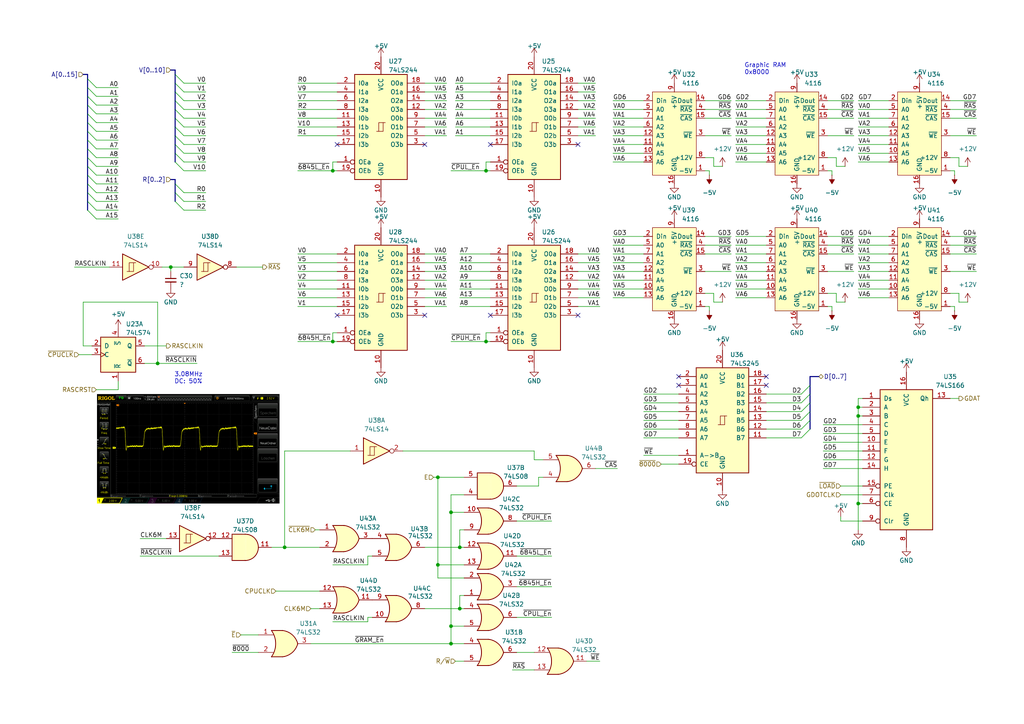
<source format=kicad_sch>
(kicad_sch (version 20231120) (generator "eeschema") (generator_version "8.0")
  (paper "A4")
  (title_block (title "EVA1 (Epson Video Adapter) - Graphic RAM") (date "2025-01-09") (rev "v0.1") (company "100% Offner") (comment 1 "v0.1: Initial Release"))
  (junction (at 130.81 181.61))
  (junction (at 82.55 158.75))
  (junction (at 248.92 146.05))
  (junction (at 49.53 77.47))
  (junction (at 130.81 148.59))
  (junction (at 127 163.83))
  (junction (at 133.35 176.53))
  (junction (at 140.97 49.53))
  (junction (at 248.92 118.11))
  (junction (at 96.52 99.06))
  (junction (at 45.72 105.41))
  (junction (at 133.35 158.75))
  (junction (at 96.52 49.53))
  (junction (at 130.81 186.69))
  (junction (at 140.97 99.06))
  (junction (at 248.92 120.65))
  (junction (at 127 138.43))
  (no_connect (at 167.64 41.91))
  (no_connect (at 196.85 109.22))
  (no_connect (at 222.25 109.22))
  (no_connect (at 123.19 91.44))
  (no_connect (at 123.19 41.91))
  (no_connect (at 167.64 91.44))
  (no_connect (at 196.85 111.76))
  (no_connect (at 97.79 91.44))
  (no_connect (at 142.24 91.44))
  (no_connect (at 97.79 41.91))
  (no_connect (at 142.24 41.91))
  (no_connect (at 222.25 111.76))
  (bus_entry (at 50.8 31.75) (size 2.54 2.54))
  (bus_entry (at 234.95 124.46) (size -2.54 2.54))
  (bus_entry (at 25.4 25.4) (size 2.54 2.54))
  (bus_entry (at 25.4 27.94) (size 2.54 2.54))
  (bus_entry (at 25.4 40.64) (size 2.54 2.54))
  (bus_entry (at 50.8 44.45) (size 2.54 2.54))
  (bus_entry (at 50.8 26.67) (size 2.54 2.54))
  (bus_entry (at 50.8 29.21) (size 2.54 2.54))
  (bus_entry (at 234.95 121.92) (size -2.54 2.54))
  (bus_entry (at 25.4 58.42) (size 2.54 2.54))
  (bus_entry (at 25.4 38.1) (size 2.54 2.54))
  (bus_entry (at 50.8 41.91) (size 2.54 2.54))
  (bus_entry (at 25.4 33.02) (size 2.54 2.54))
  (bus_entry (at 50.8 36.83) (size 2.54 2.54))
  (bus_entry (at 50.8 24.13) (size 2.54 2.54))
  (bus_entry (at 25.4 43.18) (size 2.54 2.54))
  (bus_entry (at 50.8 53.34) (size 2.54 2.54))
  (bus_entry (at 25.4 35.56) (size 2.54 2.54))
  (bus_entry (at 50.8 55.88) (size 2.54 2.54))
  (bus_entry (at 25.4 55.88) (size 2.54 2.54))
  (bus_entry (at 234.95 119.38) (size -2.54 2.54))
  (bus_entry (at 25.4 60.96) (size 2.54 2.54))
  (bus_entry (at 50.8 58.42) (size 2.54 2.54))
  (bus_entry (at 50.8 21.59) (size 2.54 2.54))
  (bus_entry (at 50.8 39.37) (size 2.54 2.54))
  (bus_entry (at 234.95 111.76) (size -2.54 2.54))
  (bus_entry (at 25.4 48.26) (size 2.54 2.54))
  (bus_entry (at 25.4 50.8) (size 2.54 2.54))
  (bus_entry (at 25.4 22.86) (size 2.54 2.54))
  (bus_entry (at 234.95 114.3) (size -2.54 2.54))
  (bus_entry (at 50.8 34.29) (size 2.54 2.54))
  (bus_entry (at 25.4 53.34) (size 2.54 2.54))
  (bus_entry (at 50.8 46.99) (size 2.54 2.54))
  (bus_entry (at 25.4 30.48) (size 2.54 2.54))
  (bus_entry (at 234.95 116.84) (size -2.54 2.54))
  (bus_entry (at 25.4 45.72) (size 2.54 2.54))
  (bus (pts (xy 25.4 40.64) (xy 25.4 43.18)))
  (wire (pts (xy 205.74 90.17) (xy 205.74 88.9)))
  (wire (pts (xy 53.34 34.29) (xy 59.69 34.29)))
  (wire (pts (xy 96.52 46.99) (xy 97.79 46.99)))
  (wire (pts (xy 240.03 68.58) (xy 247.65 68.58)))
  (wire (pts (xy 177.8 44.45) (xy 186.69 44.45)))
  (wire (pts (xy 27.94 50.8) (xy 34.29 50.8)))
  (wire (pts (xy 149.86 161.29) (xy 160.02 161.29)))
  (wire (pts (xy 186.69 127) (xy 196.85 127)))
  (wire (pts (xy 275.59 85.09) (xy 278.13 85.09)))
  (wire (pts (xy 86.36 24.13) (xy 97.79 24.13)))
  (wire (pts (xy 167.64 81.28) (xy 173.99 81.28)))
  (wire (pts (xy 242.57 85.09) (xy 242.57 87.63)))
  (bus (pts (xy 50.8 21.59) (xy 50.8 24.13)))
  (wire (pts (xy 134.62 167.64) (xy 127 167.64)))
  (wire (pts (xy 207.01 48.26) (xy 209.55 48.26)))
  (wire (pts (xy 130.81 181.61) (xy 134.62 181.61)))
  (wire (pts (xy 140.97 99.06) (xy 142.24 99.06)))
  (wire (pts (xy 275.59 29.21) (xy 283.21 29.21)))
  (wire (pts (xy 243.84 140.97) (xy 250.19 140.97)))
  (wire (pts (xy 86.36 49.53) (xy 96.52 49.53)))
  (wire (pts (xy 132.08 26.67) (xy 142.24 26.67)))
  (wire (pts (xy 96.52 49.53) (xy 97.79 49.53)))
  (bus (pts (xy 50.8 26.67) (xy 50.8 29.21)))
  (wire (pts (xy 127 138.43) (xy 127 163.83)))
  (wire (pts (xy 123.19 158.75) (xy 133.35 158.75)))
  (wire (pts (xy 213.36 68.58) (xy 222.25 68.58)))
  (wire (pts (xy 248.92 41.91) (xy 257.81 41.91)))
  (wire (pts (xy 250.19 115.57) (xy 248.92 115.57)))
  (wire (pts (xy 248.92 44.45) (xy 257.81 44.45)))
  (wire (pts (xy 248.92 115.57) (xy 248.92 118.11)))
  (wire (pts (xy 248.92 46.99) (xy 257.81 46.99)))
  (wire (pts (xy 222.25 127) (xy 232.41 127)))
  (wire (pts (xy 240.03 45.72) (xy 242.57 45.72)))
  (wire (pts (xy 160.02 179.07) (xy 149.86 179.07)))
  (wire (pts (xy 133.35 176.53) (xy 134.62 176.53)))
  (wire (pts (xy 92.71 158.75) (xy 82.55 158.75)))
  (wire (pts (xy 22.86 102.87) (xy 26.67 102.87)))
  (wire (pts (xy 86.36 83.82) (xy 97.79 83.82)))
  (wire (pts (xy 177.8 29.21) (xy 186.69 29.21)))
  (wire (pts (xy 53.34 55.88) (xy 59.69 55.88)))
  (wire (pts (xy 133.35 76.2) (xy 142.24 76.2)))
  (wire (pts (xy 46.99 77.47) (xy 49.53 77.47)))
  (wire (pts (xy 248.92 29.21) (xy 257.81 29.21)))
  (wire (pts (xy 243.84 149.86) (xy 243.84 151.13)))
  (wire (pts (xy 53.34 46.99) (xy 59.69 46.99)))
  (wire (pts (xy 133.35 86.36) (xy 142.24 86.36)))
  (wire (pts (xy 248.92 146.05) (xy 248.92 153.67)))
  (wire (pts (xy 167.64 31.75) (xy 172.72 31.75)))
  (bus (pts (xy 25.4 33.02) (xy 25.4 35.56)))
  (bus (pts (xy 50.8 44.45) (xy 50.8 46.99)))
  (wire (pts (xy 123.19 86.36) (xy 129.54 86.36)))
  (wire (pts (xy 130.81 143.51) (xy 134.62 143.51)))
  (wire (pts (xy 123.19 31.75) (xy 129.54 31.75)))
  (wire (pts (xy 276.86 88.9) (xy 275.59 88.9)))
  (bus (pts (xy 50.8 24.13) (xy 50.8 26.67)))
  (wire (pts (xy 40.64 161.29) (xy 63.5 161.29)))
  (wire (pts (xy 248.92 118.11) (xy 248.92 120.65)))
  (bus (pts (xy 49.53 20.32) (xy 50.8 20.32)))
  (bus (pts (xy 50.8 41.91) (xy 50.8 44.45)))
  (wire (pts (xy 90.17 186.69) (xy 130.81 186.69)))
  (wire (pts (xy 275.59 31.75) (xy 283.21 31.75)))
  (wire (pts (xy 96.52 163.83) (xy 106.68 163.83)))
  (wire (pts (xy 170.18 191.77) (xy 173.99 191.77)))
  (wire (pts (xy 186.69 121.92) (xy 196.85 121.92)))
  (wire (pts (xy 213.36 76.2) (xy 222.25 76.2)))
  (bus (pts (xy 25.4 58.42) (xy 25.4 60.96)))
  (wire (pts (xy 177.8 39.37) (xy 186.69 39.37)))
  (wire (pts (xy 132.08 29.21) (xy 142.24 29.21)))
  (wire (pts (xy 106.68 180.34) (xy 106.68 179.07)))
  (bus (pts (xy 25.4 25.4) (xy 25.4 27.94)))
  (wire (pts (xy 278.13 87.63) (xy 280.67 87.63)))
  (wire (pts (xy 213.36 46.99) (xy 222.25 46.99)))
  (wire (pts (xy 41.91 105.41) (xy 45.72 105.41)))
  (wire (pts (xy 242.57 48.26) (xy 245.11 48.26)))
  (wire (pts (xy 243.84 143.51) (xy 250.19 143.51)))
  (wire (pts (xy 213.36 83.82) (xy 222.25 83.82)))
  (bus (pts (xy 49.53 52.07) (xy 50.8 52.07)))
  (wire (pts (xy 133.35 172.72) (xy 133.35 176.53)))
  (wire (pts (xy 24.13 100.33) (xy 26.67 100.33)))
  (wire (pts (xy 177.8 31.75) (xy 186.69 31.75)))
  (wire (pts (xy 27.94 60.96) (xy 34.29 60.96)))
  (wire (pts (xy 149.86 189.23) (xy 154.94 189.23)))
  (wire (pts (xy 86.36 31.75) (xy 97.79 31.75)))
  (bus (pts (xy 237.49 109.22) (xy 234.95 109.22)))
  (wire (pts (xy 96.52 96.52) (xy 96.52 99.06)))
  (wire (pts (xy 86.36 34.29) (xy 97.79 34.29)))
  (wire (pts (xy 133.35 88.9) (xy 142.24 88.9)))
  (wire (pts (xy 177.8 86.36) (xy 186.69 86.36)))
  (wire (pts (xy 222.25 116.84) (xy 232.41 116.84)))
  (wire (pts (xy 132.08 39.37) (xy 142.24 39.37)))
  (wire (pts (xy 248.92 39.37) (xy 257.81 39.37)))
  (wire (pts (xy 86.36 81.28) (xy 97.79 81.28)))
  (wire (pts (xy 167.64 24.13) (xy 172.72 24.13)))
  (wire (pts (xy 177.8 81.28) (xy 186.69 81.28)))
  (wire (pts (xy 278.13 85.09) (xy 278.13 87.63)))
  (wire (pts (xy 86.36 73.66) (xy 97.79 73.66)))
  (wire (pts (xy 177.8 83.82) (xy 186.69 83.82)))
  (bus (pts (xy 25.4 27.94) (xy 25.4 30.48)))
  (wire (pts (xy 177.8 46.99) (xy 186.69 46.99)))
  (wire (pts (xy 275.59 71.12) (xy 283.21 71.12)))
  (wire (pts (xy 205.74 49.53) (xy 204.47 49.53)))
  (wire (pts (xy 167.64 29.21) (xy 172.72 29.21)))
  (wire (pts (xy 275.59 115.57) (xy 278.13 115.57)))
  (wire (pts (xy 240.03 34.29) (xy 247.65 34.29)))
  (wire (pts (xy 53.34 44.45) (xy 59.69 44.45)))
  (wire (pts (xy 53.34 26.67) (xy 59.69 26.67)))
  (wire (pts (xy 241.3 50.8) (xy 241.3 49.53)))
  (wire (pts (xy 53.34 49.53) (xy 59.69 49.53)))
  (wire (pts (xy 86.36 76.2) (xy 97.79 76.2)))
  (wire (pts (xy 96.52 180.34) (xy 106.68 180.34)))
  (wire (pts (xy 27.94 113.03) (xy 34.29 113.03)))
  (wire (pts (xy 53.34 60.96) (xy 59.69 60.96)))
  (wire (pts (xy 248.92 120.65) (xy 248.92 146.05)))
  (wire (pts (xy 248.92 73.66) (xy 257.81 73.66)))
  (wire (pts (xy 204.47 78.74) (xy 212.09 78.74)))
  (wire (pts (xy 213.36 36.83) (xy 222.25 36.83)))
  (wire (pts (xy 96.52 99.06) (xy 97.79 99.06)))
  (wire (pts (xy 127 163.83) (xy 127 167.64)))
  (wire (pts (xy 154.94 133.35) (xy 157.48 133.35)))
  (wire (pts (xy 248.92 78.74) (xy 257.81 78.74)))
  (bus (pts (xy 234.95 111.76) (xy 234.95 114.3)))
  (wire (pts (xy 240.03 29.21) (xy 247.65 29.21)))
  (wire (pts (xy 53.34 36.83) (xy 59.69 36.83)))
  (wire (pts (xy 130.81 49.53) (xy 140.97 49.53)))
  (wire (pts (xy 123.19 39.37) (xy 129.54 39.37)))
  (bus (pts (xy 50.8 52.07) (xy 50.8 53.34)))
  (wire (pts (xy 186.69 114.3) (xy 196.85 114.3)))
  (wire (pts (xy 41.91 100.33) (xy 48.26 100.33)))
  (wire (pts (xy 86.36 29.21) (xy 97.79 29.21)))
  (wire (pts (xy 204.47 68.58) (xy 212.09 68.58)))
  (wire (pts (xy 177.8 68.58) (xy 186.69 68.58)))
  (wire (pts (xy 213.36 29.21) (xy 222.25 29.21)))
  (wire (pts (xy 123.19 34.29) (xy 129.54 34.29)))
  (bus (pts (xy 50.8 39.37) (xy 50.8 41.91)))
  (bus (pts (xy 50.8 29.21) (xy 50.8 31.75)))
  (wire (pts (xy 156.21 140.97) (xy 149.86 140.97)))
  (wire (pts (xy 207.01 87.63) (xy 209.55 87.63)))
  (bus (pts (xy 25.4 53.34) (xy 25.4 55.88)))
  (wire (pts (xy 123.19 36.83) (xy 129.54 36.83)))
  (bus (pts (xy 234.95 119.38) (xy 234.95 121.92)))
  (wire (pts (xy 53.34 24.13) (xy 59.69 24.13)))
  (wire (pts (xy 106.68 161.29) (xy 107.95 161.29)))
  (wire (pts (xy 238.76 125.73) (xy 250.19 125.73)))
  (wire (pts (xy 80.01 171.45) (xy 92.71 171.45)))
  (wire (pts (xy 248.92 118.11) (xy 250.19 118.11)))
  (wire (pts (xy 82.55 158.75) (xy 78.74 158.75)))
  (wire (pts (xy 133.35 73.66) (xy 142.24 73.66)))
  (wire (pts (xy 27.94 55.88) (xy 34.29 55.88)))
  (wire (pts (xy 213.36 73.66) (xy 222.25 73.66)))
  (wire (pts (xy 278.13 45.72) (xy 278.13 48.26)))
  (wire (pts (xy 213.36 41.91) (xy 222.25 41.91)))
  (wire (pts (xy 130.81 148.59) (xy 130.81 181.61)))
  (wire (pts (xy 238.76 133.35) (xy 250.19 133.35)))
  (wire (pts (xy 133.35 81.28) (xy 142.24 81.28)))
  (wire (pts (xy 27.94 38.1) (xy 34.29 38.1)))
  (wire (pts (xy 27.94 63.5) (xy 34.29 63.5)))
  (bus (pts (xy 234.95 114.3) (xy 234.95 116.84)))
  (wire (pts (xy 213.36 31.75) (xy 222.25 31.75)))
  (wire (pts (xy 156.21 138.43) (xy 157.48 138.43)))
  (bus (pts (xy 25.4 45.72) (xy 25.4 48.26)))
  (wire (pts (xy 133.35 83.82) (xy 142.24 83.82)))
  (wire (pts (xy 86.36 86.36) (xy 97.79 86.36)))
  (bus (pts (xy 25.4 50.8) (xy 25.4 53.34)))
  (wire (pts (xy 238.76 128.27) (xy 250.19 128.27)))
  (wire (pts (xy 248.92 71.12) (xy 257.81 71.12)))
  (wire (pts (xy 53.34 39.37) (xy 59.69 39.37)))
  (wire (pts (xy 213.36 86.36) (xy 222.25 86.36)))
  (wire (pts (xy 248.92 83.82) (xy 257.81 83.82)))
  (wire (pts (xy 222.25 124.46) (xy 232.41 124.46)))
  (wire (pts (xy 160.02 151.13) (xy 149.86 151.13)))
  (wire (pts (xy 241.3 90.17) (xy 241.3 88.9)))
  (wire (pts (xy 177.8 41.91) (xy 186.69 41.91)))
  (bus (pts (xy 50.8 20.32) (xy 50.8 21.59)))
  (wire (pts (xy 86.36 99.06) (xy 96.52 99.06)))
  (wire (pts (xy 127 138.43) (xy 134.62 138.43)))
  (wire (pts (xy 86.36 36.83) (xy 97.79 36.83)))
  (wire (pts (xy 132.08 36.83) (xy 142.24 36.83)))
  (wire (pts (xy 130.81 181.61) (xy 130.81 186.69)))
  (wire (pts (xy 27.94 35.56) (xy 34.29 35.56)))
  (wire (pts (xy 204.47 45.72) (xy 207.01 45.72)))
  (wire (pts (xy 275.59 78.74) (xy 283.21 78.74)))
  (wire (pts (xy 167.64 36.83) (xy 172.72 36.83)))
  (wire (pts (xy 204.47 34.29) (xy 212.09 34.29)))
  (wire (pts (xy 86.36 26.67) (xy 97.79 26.67)))
  (wire (pts (xy 132.08 24.13) (xy 142.24 24.13)))
  (wire (pts (xy 222.25 114.3) (xy 232.41 114.3)))
  (wire (pts (xy 177.8 34.29) (xy 186.69 34.29)))
  (wire (pts (xy 148.59 194.31) (xy 154.94 194.31)))
  (wire (pts (xy 123.19 176.53) (xy 133.35 176.53)))
  (wire (pts (xy 275.59 68.58) (xy 283.21 68.58)))
  (wire (pts (xy 140.97 49.53) (xy 142.24 49.53)))
  (wire (pts (xy 242.57 87.63) (xy 245.11 87.63)))
  (wire (pts (xy 177.8 71.12) (xy 186.69 71.12)))
  (wire (pts (xy 106.68 179.07) (xy 107.95 179.07)))
  (bus (pts (xy 25.4 43.18) (xy 25.4 45.72)))
  (wire (pts (xy 276.86 90.17) (xy 276.86 88.9)))
  (wire (pts (xy 186.69 132.08) (xy 196.85 132.08)))
  (wire (pts (xy 123.19 78.74) (xy 129.54 78.74)))
  (wire (pts (xy 167.64 83.82) (xy 173.99 83.82)))
  (wire (pts (xy 275.59 34.29) (xy 283.21 34.29)))
  (wire (pts (xy 167.64 73.66) (xy 173.99 73.66)))
  (wire (pts (xy 27.94 48.26) (xy 34.29 48.26)))
  (wire (pts (xy 205.74 88.9) (xy 204.47 88.9)))
  (wire (pts (xy 123.19 88.9) (xy 129.54 88.9)))
  (wire (pts (xy 132.08 34.29) (xy 142.24 34.29)))
  (wire (pts (xy 45.72 105.41) (xy 45.72 87.63)))
  (wire (pts (xy 27.94 58.42) (xy 34.29 58.42)))
  (bus (pts (xy 25.4 22.86) (xy 25.4 25.4)))
  (wire (pts (xy 167.64 26.67) (xy 172.72 26.67)))
  (wire (pts (xy 27.94 45.72) (xy 34.29 45.72)))
  (wire (pts (xy 27.94 43.18) (xy 34.29 43.18)))
  (wire (pts (xy 167.64 39.37) (xy 172.72 39.37)))
  (wire (pts (xy 123.19 81.28) (xy 129.54 81.28)))
  (wire (pts (xy 134.62 158.75) (xy 133.35 158.75)))
  (wire (pts (xy 248.92 34.29) (xy 257.81 34.29)))
  (wire (pts (xy 213.36 71.12) (xy 222.25 71.12)))
  (wire (pts (xy 204.47 39.37) (xy 212.09 39.37)))
  (wire (pts (xy 179.07 135.89) (xy 172.72 135.89)))
  (wire (pts (xy 133.35 172.72) (xy 134.62 172.72)))
  (wire (pts (xy 154.94 133.35) (xy 154.94 130.81)))
  (wire (pts (xy 123.19 24.13) (xy 129.54 24.13)))
  (wire (pts (xy 177.8 78.74) (xy 186.69 78.74)))
  (wire (pts (xy 240.03 39.37) (xy 247.65 39.37)))
  (wire (pts (xy 96.52 46.99) (xy 96.52 49.53)))
  (wire (pts (xy 167.64 34.29) (xy 172.72 34.29)))
  (wire (pts (xy 276.86 49.53) (xy 275.59 49.53)))
  (wire (pts (xy 127 163.83) (xy 134.62 163.83)))
  (wire (pts (xy 204.47 31.75) (xy 212.09 31.75)))
  (wire (pts (xy 90.17 176.53) (xy 92.71 176.53)))
  (wire (pts (xy 142.24 96.52) (xy 140.97 96.52)))
  (bus (pts (xy 25.4 30.48) (xy 25.4 33.02)))
  (wire (pts (xy 204.47 85.09) (xy 207.01 85.09)))
  (wire (pts (xy 133.35 153.67) (xy 134.62 153.67)))
  (wire (pts (xy 207.01 85.09) (xy 207.01 87.63)))
  (wire (pts (xy 49.53 77.47) (xy 49.53 78.74)))
  (wire (pts (xy 222.25 121.92) (xy 232.41 121.92)))
  (wire (pts (xy 53.34 58.42) (xy 59.69 58.42)))
  (wire (pts (xy 86.36 88.9) (xy 97.79 88.9)))
  (wire (pts (xy 275.59 45.72) (xy 278.13 45.72)))
  (wire (pts (xy 248.92 31.75) (xy 257.81 31.75)))
  (bus (pts (xy 25.4 38.1) (xy 25.4 40.64)))
  (wire (pts (xy 238.76 130.81) (xy 250.19 130.81)))
  (wire (pts (xy 204.47 29.21) (xy 212.09 29.21)))
  (wire (pts (xy 278.13 48.26) (xy 280.67 48.26)))
  (wire (pts (xy 27.94 30.48) (xy 34.29 30.48)))
  (wire (pts (xy 96.52 96.52) (xy 97.79 96.52)))
  (wire (pts (xy 21.59 77.47) (xy 31.75 77.47)))
  (wire (pts (xy 48.26 156.21) (xy 40.64 156.21)))
  (wire (pts (xy 123.19 73.66) (xy 129.54 73.66)))
  (wire (pts (xy 240.03 78.74) (xy 247.65 78.74)))
  (bus (pts (xy 234.95 109.22) (xy 234.95 111.76)))
  (wire (pts (xy 207.01 45.72) (xy 207.01 48.26)))
  (wire (pts (xy 160.02 170.18) (xy 149.86 170.18)))
  (wire (pts (xy 140.97 96.52) (xy 140.97 99.06)))
  (wire (pts (xy 34.29 110.49) (xy 34.29 113.03)))
  (wire (pts (xy 186.69 124.46) (xy 196.85 124.46)))
  (bus (pts (xy 50.8 34.29) (xy 50.8 36.83)))
  (wire (pts (xy 67.31 189.23) (xy 74.93 189.23)))
  (wire (pts (xy 27.94 25.4) (xy 34.29 25.4)))
  (wire (pts (xy 241.3 88.9) (xy 240.03 88.9)))
  (wire (pts (xy 248.92 81.28) (xy 257.81 81.28)))
  (bus (pts (xy 50.8 31.75) (xy 50.8 34.29)))
  (wire (pts (xy 204.47 73.66) (xy 212.09 73.66)))
  (bus (pts (xy 25.4 55.88) (xy 25.4 58.42)))
  (wire (pts (xy 242.57 45.72) (xy 242.57 48.26)))
  (wire (pts (xy 186.69 116.84) (xy 196.85 116.84)))
  (wire (pts (xy 45.72 87.63) (xy 24.13 87.63)))
  (wire (pts (xy 27.94 40.64) (xy 34.29 40.64)))
  (wire (pts (xy 132.08 191.77) (xy 134.62 191.77)))
  (wire (pts (xy 123.19 76.2) (xy 129.54 76.2)))
  (wire (pts (xy 130.81 143.51) (xy 130.81 148.59)))
  (wire (pts (xy 238.76 123.19) (xy 250.19 123.19)))
  (wire (pts (xy 241.3 49.53) (xy 240.03 49.53)))
  (wire (pts (xy 177.8 73.66) (xy 186.69 73.66)))
  (wire (pts (xy 123.19 29.21) (xy 129.54 29.21)))
  (wire (pts (xy 27.94 27.94) (xy 34.29 27.94)))
  (wire (pts (xy 130.81 99.06) (xy 140.97 99.06)))
  (wire (pts (xy 213.36 44.45) (xy 222.25 44.45)))
  (wire (pts (xy 27.94 53.34) (xy 34.29 53.34)))
  (wire (pts (xy 45.72 105.41) (xy 57.15 105.41)))
  (wire (pts (xy 222.25 119.38) (xy 232.41 119.38)))
  (wire (pts (xy 130.81 186.69) (xy 134.62 186.69)))
  (wire (pts (xy 27.94 33.02) (xy 34.29 33.02)))
  (wire (pts (xy 125.73 138.43) (xy 127 138.43)))
  (bus (pts (xy 50.8 53.34) (xy 50.8 55.88)))
  (wire (pts (xy 213.36 78.74) (xy 222.25 78.74)))
  (wire (pts (xy 86.36 78.74) (xy 97.79 78.74)))
  (wire (pts (xy 177.8 36.83) (xy 186.69 36.83)))
  (wire (pts (xy 167.64 76.2) (xy 173.99 76.2)))
  (bus (pts (xy 25.4 21.59) (xy 25.4 22.86)))
  (wire (pts (xy 154.94 130.81) (xy 116.84 130.81)))
  (wire (pts (xy 24.13 87.63) (xy 24.13 100.33)))
  (wire (pts (xy 167.64 88.9) (xy 173.99 88.9)))
  (wire (pts (xy 177.8 76.2) (xy 186.69 76.2)))
  (wire (pts (xy 123.19 26.67) (xy 129.54 26.67)))
  (wire (pts (xy 123.19 83.82) (xy 129.54 83.82)))
  (wire (pts (xy 248.92 146.05) (xy 250.19 146.05)))
  (wire (pts (xy 49.53 77.47) (xy 53.34 77.47)))
  (wire (pts (xy 238.76 135.89) (xy 250.19 135.89)))
  (wire (pts (xy 205.74 50.8) (xy 205.74 49.53)))
  (wire (pts (xy 240.03 85.09) (xy 242.57 85.09)))
  (wire (pts (xy 186.69 119.38) (xy 196.85 119.38)))
  (wire (pts (xy 53.34 41.91) (xy 59.69 41.91)))
  (wire (pts (xy 167.64 78.74) (xy 173.99 78.74)))
  (wire (pts (xy 248.92 68.58) (xy 257.81 68.58)))
  (wire (pts (xy 130.81 148.59) (xy 134.62 148.59)))
  (bus (pts (xy 24.13 21.59) (xy 25.4 21.59)))
  (wire (pts (xy 132.08 31.75) (xy 142.24 31.75)))
  (wire (pts (xy 240.03 71.12) (xy 247.65 71.12)))
  (bus (pts (xy 50.8 55.88) (xy 50.8 58.42)))
  (bus (pts (xy 25.4 48.26) (xy 25.4 50.8)))
  (wire (pts (xy 191.77 134.62) (xy 196.85 134.62)))
  (bus (pts (xy 234.95 121.92) (xy 234.95 124.46)))
  (wire (pts (xy 101.6 130.81) (xy 82.55 130.81)))
  (wire (pts (xy 250.19 120.65) (xy 248.92 120.65)))
  (wire (pts (xy 140.97 46.99) (xy 142.24 46.99)))
  (wire (pts (xy 156.21 138.43) (xy 156.21 140.97)))
  (wire (pts (xy 53.34 29.21) (xy 59.69 29.21)))
  (bus (pts (xy 234.95 116.84) (xy 234.95 119.38)))
  (wire (pts (xy 68.58 77.47) (xy 76.2 77.47)))
  (wire (pts (xy 133.35 158.75) (xy 133.35 153.67)))
  (wire (pts (xy 275.59 73.66) (xy 283.21 73.66)))
  (wire (pts (xy 140.97 46.99) (xy 140.97 49.53)))
  (wire (pts (xy 240.03 31.75) (xy 247.65 31.75)))
  (wire (pts (xy 275.59 39.37) (xy 283.21 39.37)))
  (wire (pts (xy 248.92 76.2) (xy 257.81 76.2)))
  (wire (pts (xy 82.55 130.81) (xy 82.55 158.75)))
  (wire (pts (xy 213.36 81.28) (xy 222.25 81.28)))
  (wire (pts (xy 213.36 39.37) (xy 222.25 39.37)))
  (wire (pts (xy 243.84 151.13) (xy 250.19 151.13)))
  (wire (pts (xy 240.03 73.66) (xy 247.65 73.66)))
  (wire (pts (xy 167.64 86.36) (xy 173.99 86.36)))
  (wire (pts (xy 69.85 184.15) (xy 74.93 184.15)))
  (wire (pts (xy 204.47 71.12) (xy 212.09 71.12)))
  (bus (pts (xy 50.8 36.83) (xy 50.8 39.37)))
  (wire (pts (xy 133.35 78.74) (xy 142.24 78.74)))
  (wire (pts (xy 53.34 31.75) (xy 59.69 31.75)))
  (wire (pts (xy 248.92 86.36) (xy 257.81 86.36)))
  (wire (pts (xy 86.36 39.37) (xy 97.79 39.37)))
  (wire (pts (xy 276.86 50.8) (xy 276.86 49.53)))
  (wire (pts (xy 248.92 36.83) (xy 257.81 36.83)))
  (wire (pts (xy 213.36 34.29) (xy 222.25 34.29)))
  (bus (pts (xy 25.4 35.56) (xy 25.4 38.1)))
  (wire (pts (xy 91.44 153.67) (xy 92.71 153.67)))
  (wire (pts (xy 106.68 163.83) (xy 106.68 161.29)))
  (image (at 54.61 130.175) (scale 0.782132))
  (text "Graphic RAM\n0x8000" (at 215.9 20.066 0) (effects (font (size 1.27 1.27)) (justify left)))
  (text "3.08MHz\nDC: 50%" (at 50.546 109.728 0) (effects (font (size 1.27 1.27)) (justify left)))
  (label "VA5" (at 213.36 83.82 0))
  (label "A8" (at 34.29 45.72 180))
  (label "GD5" (at 238.76 130.81 0))
  (label "VA6" (at 248.92 86.36 0))
  (label "A10" (at 34.29 50.8 180))
  (label "GD2" (at 247.65 29.21 180))
  (label "~{RAS}" (at 283.21 71.12 180))
  (label "VA0" (at 213.36 31.75 0))
  (label "~{6845L_En}" (at 160.02 161.29 180))
  (label "~{8000}" (at 67.31 189.23 0))
  (label "D5" (at 232.41 121.92 180))
  (label "RASCLKIN" (at 96.52 163.83 0))
  (label "~{RAS}" (at 247.65 31.75 180))
  (label "~{RAS}" (at 148.59 194.31 0))
  (label "VA0" (at 213.36 71.12 0))
  (label "GD6" (at 186.69 124.46 0))
  (label "~{6845H_En}" (at 160.02 170.18 180))
  (label "VA5" (at 213.36 44.45 0))
  (label "~{WE}" (at 283.21 78.74 180))
  (label "A11" (at 34.29 53.34 180))
  (label "V7" (at 86.36 29.21 0))
  (label "~{RASCLKIN}" (at 40.64 161.29 0))
  (label "VA3" (at 129.54 78.74 180))
  (label "~{WE}" (at 247.65 39.37 180))
  (label "~{WE}" (at 212.09 78.74 180))
  (label "VA6" (at 213.36 86.36 0))
  (label "A2" (at 132.08 31.75 0))
  (label "A7" (at 133.35 73.66 0))
  (label "GD7" (at 248.92 29.21 0))
  (label "A9" (at 133.35 81.28 0))
  (label "A13" (at 133.35 86.36 0))
  (label "VA4" (at 177.8 41.91 0))
  (label "~{CPUH_En}" (at 130.81 99.06 0))
  (label "VA2" (at 177.8 76.2 0))
  (label "~{WE}" (at 173.99 191.77 180))
  (label "VA2" (at 173.99 81.28 180))
  (label "D7" (at 232.41 127 180))
  (label "VA3" (at 173.99 78.74 180))
  (label "A12" (at 34.29 55.88 180))
  (label "GD3" (at 186.69 116.84 0))
  (label "VA5" (at 248.92 83.82 0))
  (label "~{WE}" (at 247.65 78.74 180))
  (label "VA6" (at 129.54 86.36 180))
  (label "R0" (at 59.69 55.88 180))
  (label "R2" (at 86.36 31.75 0))
  (label "A5" (at 34.29 38.1 180))
  (label "VA0" (at 173.99 73.66 180))
  (label "VA2" (at 213.36 36.83 0))
  (label "VA6" (at 129.54 36.83 180))
  (label "~{RAS}" (at 247.65 71.12 180))
  (label "V5" (at 86.36 76.2 0))
  (label "~{6845H_En}" (at 86.36 99.06 0))
  (label "~{CAS}" (at 283.21 34.29 180))
  (label "~{CAS}" (at 212.09 73.66 180))
  (label "GD5" (at 186.69 121.92 0))
  (label "D2" (at 232.41 114.3 180))
  (label "VA5" (at 172.72 26.67 180))
  (label "VA1" (at 173.99 88.9 180))
  (label "VA6" (at 177.8 86.36 0))
  (label "~{RAS}" (at 283.21 31.75 180))
  (label "GD6" (at 177.8 29.21 0))
  (label "GD4" (at 283.21 68.58 180))
  (label "~{CAS}" (at 247.65 73.66 180))
  (label "GD2" (at 186.69 114.3 0))
  (label "V4" (at 59.69 34.29 180))
  (label "VA6" (at 173.99 86.36 180))
  (label "A4" (at 34.29 35.56 180))
  (label "VA4" (at 248.92 41.91 0))
  (label "VA0" (at 172.72 24.13 180))
  (label "A9" (at 34.29 48.26 180))
  (label "V4" (at 86.36 83.82 0))
  (label "VA4" (at 129.54 34.29 180))
  (label "R1" (at 59.69 58.42 180))
  (label "A8" (at 133.35 88.9 0))
  (label "GD2" (at 238.76 123.19 0))
  (label "VA4" (at 213.36 81.28 0))
  (label "A3" (at 34.29 33.02 180))
  (label "VA4" (at 172.72 34.29 180))
  (label "VA0" (at 129.54 24.13 180))
  (label "GD7" (at 283.21 29.21 180))
  (label "VA3" (at 177.8 78.74 0))
  (label "R1" (at 86.36 39.37 0))
  (label "GD3" (at 177.8 68.58 0))
  (label "VA4" (at 213.36 41.91 0))
  (label "GD4" (at 238.76 128.27 0))
  (label "~{CPUH_En}" (at 160.02 151.13 180))
  (label "A13" (at 34.29 58.42 180))
  (label "V1" (at 59.69 26.67 180))
  (label "GD4" (at 248.92 68.58 0))
  (label "VA4" (at 248.92 81.28 0))
  (label "V8" (at 59.69 44.45 180))
  (label "VA2" (at 129.54 81.28 180))
  (label "GD5" (at 247.65 68.58 180))
  (label "V3" (at 59.69 31.75 180))
  (label "VA3" (at 248.92 39.37 0))
  (label "~{CAS}" (at 212.09 34.29 180))
  (label "GD6" (at 238.76 133.35 0))
  (label "VA0" (at 248.92 31.75 0))
  (label "VA1" (at 177.8 34.29 0))
  (label "VA3" (at 213.36 39.37 0))
  (label "V0" (at 86.36 73.66 0))
  (label "A3" (at 132.08 29.21 0))
  (label "A5" (at 132.08 26.67 0))
  (label "~{RAS}" (at 212.09 71.12 180))
  (label "VA6" (at 177.8 46.99 0))
  (label "GD6" (at 212.09 29.21 180))
  (label "V9" (at 59.69 46.99 180))
  (label "VA1" (at 129.54 39.37 180))
  (label "V7" (at 59.69 41.91 180))
  (label "VA1" (at 213.36 73.66 0))
  (label "V0" (at 59.69 24.13 180))
  (label "V10" (at 86.36 36.83 0))
  (label "A0" (at 34.29 25.4 180))
  (label "GD5" (at 213.36 68.58 0))
  (label "GD7" (at 238.76 135.89 0))
  (label "VA0" (at 177.8 31.75 0))
  (label "VA6" (at 172.72 36.83 180))
  (label "GD3" (at 212.09 68.58 180))
  (label "VA3" (at 177.8 39.37 0))
  (label "R0" (at 86.36 24.13 0))
  (label "VA5" (at 129.54 76.2 180))
  (label "V2" (at 86.36 81.28 0))
  (label "VA0" (at 248.92 71.12 0))
  (label "VA0" (at 177.8 71.12 0))
  (label "VA1" (at 177.8 73.66 0))
  (label "~{RAS}" (at 212.09 31.75 180))
  (label "VA5" (at 177.8 44.45 0))
  (label "~{GRAM_En}" (at 102.87 186.69 0))
  (label "V6" (at 59.69 39.37 180))
  (label "V1" (at 86.36 88.9 0))
  (label "VA0" (at 129.54 73.66 180))
  (label "VA3" (at 248.92 78.74 0))
  (label "CLK6M" (at 40.64 156.21 0))
  (label "VA1" (at 129.54 88.9 180))
  (label "GD7" (at 186.69 127 0))
  (label "VA2" (at 172.72 31.75 180))
  (label "A10" (at 133.35 78.74 0))
  (label "VA6" (at 248.92 46.99 0))
  (label "A4" (at 132.08 34.29 0))
  (label "V6" (at 86.36 86.36 0))
  (label "VA5" (at 129.54 26.67 180))
  (label "GD2" (at 213.36 29.21 0))
  (label "A12" (at 133.35 76.2 0))
  (label "A1" (at 34.29 27.94 180))
  (label "VA4" (at 177.8 81.28 0))
  (label "~{CAS}" (at 283.21 73.66 180))
  (label "~{CPUL_En}" (at 130.81 49.53 0))
  (label "D4" (at 232.41 119.38 180))
  (label "V10" (at 59.69 49.53 180))
  (label "A15" (at 34.29 63.5 180))
  (label "~{RASCLKIN}" (at 57.15 105.41 180))
  (label "VA1" (at 172.72 39.37 180))
  (label "~{WE}" (at 212.09 39.37 180))
  (label "VA1" (at 213.36 34.29 0))
  (label "~{CAS}" (at 179.07 135.89 180))
  (label "GD4" (at 186.69 119.38 0))
  (label "VA2" (at 248.92 36.83 0))
  (label "A1" (at 132.08 39.37 0))
  (label "V9" (at 86.36 26.67 0))
  (label "VA2" (at 129.54 31.75 180))
  (label "A6" (at 132.08 36.83 0))
  (label "VA3" (at 213.36 78.74 0))
  (label "VA5" (at 173.99 76.2 180))
  (label "GD3" (at 238.76 125.73 0))
  (label "A6" (at 34.29 40.64 180))
  (label "D3" (at 232.41 116.84 180))
  (label "~{WE}" (at 283.21 39.37 180))
  (label "VA2" (at 248.92 76.2 0))
  (label "VA4" (at 173.99 83.82 180))
  (label "V5" (at 59.69 36.83 180))
  (label "~{WE}" (at 186.69 132.08 0))
  (label "V3" (at 86.36 78.74 0))
  (label "RASCLKIN" (at 96.52 180.34 0))
  (label "VA3" (at 129.54 29.21 180))
  (label "VA3" (at 172.72 29.21 180))
  (label "RASCLKIN" (at 21.59 77.47 0))
  (label "VA6" (at 213.36 46.99 0))
  (label "A14" (at 34.29 60.96 180))
  (label "A0" (at 132.08 24.13 0))
  (label "VA5" (at 177.8 83.82 0))
  (label "~{CAS}" (at 247.65 34.29 180))
  (label "V8" (at 86.36 34.29 0))
  (label "~{CPUL_En}" (at 160.02 179.07 180))
  (label "D6" (at 232.41 124.46 180))
  (label "R2" (at 59.69 60.96 180))
  (label "V2" (at 59.69 29.21 180))
  (label "VA1" (at 248.92 73.66 0))
  (label "VA2" (at 213.36 76.2 0))
  (label "VA1" (at 248.92 34.29 0))
  (label "A2" (at 34.29 30.48 180))
  (label "VA5" (at 248.92 44.45 0))
  (label "VA2" (at 177.8 36.83 0))
  (label "A7" (at 34.29 43.18 180))
  (label "~{6845L_En}" (at 86.36 49.53 0))
  (label "VA4" (at 129.54 83.82 180))
  (label "A11" (at 133.35 83.82 0))
  (hierarchical_label "RASCLKIN" (shape output) (at 48.26 100.33 0))
  (hierarchical_label "GDAT" (shape output) (at 278.13 115.57 0))
  (hierarchical_label "~{8000}" (shape input) (at 191.77 134.62 180))
  (hierarchical_label "CLK6M" (shape input) (at 90.17 176.53 180))
  (hierarchical_label "~{RAS}" (shape output) (at 76.2 77.47 0))
  (hierarchical_label "V[0..10]" (shape input) (at 49.53 20.32 180))
  (hierarchical_label "CPUCLK" (shape input) (at 80.01 171.45 180))
  (hierarchical_label "R{slash}~{W}" (shape input) (at 132.08 191.77 180))
  (hierarchical_label "~{LOAD}" (shape input) (at 243.84 140.97 180))
  (hierarchical_label "~{E}" (shape input) (at 69.85 184.15 180))
  (hierarchical_label "A[0..15]" (shape input) (at 24.13 21.59 180))
  (hierarchical_label "GDOTCLK" (shape input) (at 243.84 143.51 180))
  (hierarchical_label "RASCRST" (shape input) (at 27.94 113.03 180))
  (hierarchical_label "~{CPUCLK}" (shape input) (at 22.86 102.87 180))
  (hierarchical_label "D[0..7]" (shape bidirectional) (at 237.49 109.22 0))
  (hierarchical_label "E" (shape input) (at 125.73 138.43 180))
  (hierarchical_label "~{CLK6M}" (shape input) (at 91.44 153.67 180))
  (hierarchical_label "R[0..2]" (shape input) (at 49.53 52.07 180))
  (symbol (lib_id "power:-5V") (at 241.3 90.17 180) (unit 1)
    (property "Reference" "#PWR087" (effects (hide yes)))
    (property "Value" "-5V" (at 241.3 95.25 0))
    (property "Description" "Power symbol creates a global label with name \"-5V\"" (effects (hide yes)))
  )
  (symbol (lib_id "power:GND") (at 195.58 53.34 0) (unit 1)
    (property "Reference" "#PWR056" (effects (hide yes)))
    (property "Value" "GND" (at 195.58 57.15 0))
  )
  (symbol (lib_id "power:-5V") (at 276.86 50.8 180) (unit 1)
    (property "Reference" "#PWR097" (effects (hide yes)))
    (property "Value" "-5V" (at 276.86 55.88 0))
    (property "Description" "Power symbol creates a global label with name \"-5V\"" (effects (hide yes)))
  )
  (symbol (lib_id "74xx:74LS32") (at 142.24 189.23 0) (unit 2)
    (property "Reference" "U31" (at 149.098 183.388 0))
    (property "Value" "74LS32" (at 149.098 185.928 0))
    (property "Footprint" "Package_DIP:DIP-14_W7.62mm" (effects (hide yes)))
    (property "Datasheet" "http://www.ti.com/lit/gpn/sn74LS32" (effects (hide yes)))
    (property "Description" "Quad 2-input OR" (effects (hide yes)))
  )
  (symbol (lib_id "74xx:74LS08") (at 71.12 158.75 0) (unit 4)
    (property "Reference" "U37" (at 71.1117 151.13 0))
    (property "Value" "74LS08" (at 71.1117 153.67 0))
    (property "Footprint" "Package_DIP:DIP-14_W7.62mm" (effects (hide yes)))
    (property "Datasheet" "http://www.ti.com/lit/gpn/sn74LS08" (effects (hide yes)))
    (property "Description" "Quad And2" (effects (hide yes)))
  )
  (symbol (lib_id "my_ics_new:4116") (at 231.14 39.37 0) (unit 1)
    (property "Reference" "U33" (at 233.3341 21.59 0) (effects (justify left)))
    (property "Value" "4116" (at 233.3341 24.13 0) (effects (justify left)))
    (property "Footprint" "Package_DIP:DIP-16_W7.62mm" (effects (hide yes)))
    (property "Description" "DRAM Z80" (effects (hide yes)))
  )
  (symbol (lib_id "74xx:74LS244") (at 110.49 86.36 0) (unit 1)
    (property "Reference" "U28" (at 112.6841 67.31 0) (effects (justify left)))
    (property "Value" "74LS244" (at 112.6841 69.85 0) (effects (justify left)))
    (property "Footprint" "Package_DIP:DIP-20_W7.62mm" (effects (hide yes)))
    (property "Datasheet" "http://www.ti.com/lit/ds/symlink/sn74ls244.pdf" (effects (hide yes)))
    (property "Description" "Octal Buffer and Line Driver With 3-State Output, active-low enables, non-inverting outputs" (effects (hide yes)))
  )
  (symbol (lib_id "74xx:74LS32") (at 142.24 151.13 0) (mirror x) (unit 3)
    (property "Reference" "U42" (at 148.336 144.78 0))
    (property "Value" "74LS32" (at 148.336 147.32 0))
    (property "Footprint" "Package_DIP:DIP-14_W7.62mm" (effects (hide yes)))
    (property "Datasheet" "http://www.ti.com/lit/gpn/sn74LS32" (effects (hide yes)))
    (property "Description" "Quad 2-input OR" (effects (hide yes)))
  )
  (symbol (lib_id "power:+12V") (at 209.55 48.26 0) (unit 1)
    (property "Reference" "#PWR062" (effects (hide yes)))
    (property "Value" "+12V" (at 209.55 43.18 0))
    (property "Description" "Power symbol creates a global label with name \"+12V\"" (effects (hide yes)))
  )
  (symbol (lib_id "power:+12V") (at 280.67 48.26 0) (unit 1)
    (property "Reference" "#PWR099" (effects (hide yes)))
    (property "Value" "+12V" (at 280.67 43.18 0))
    (property "Description" "Power symbol creates a global label with name \"+12V\"" (effects (hide yes)))
  )
  (symbol (lib_id "74xx:74LS32") (at 115.57 158.75 0) (unit 2)
    (property "Reference" "U43" (at 121.666 153.416 0))
    (property "Value" "74LS32" (at 121.92 155.448 0))
    (property "Footprint" "Package_DIP:DIP-14_W7.62mm" (effects (hide yes)))
    (property "Datasheet" "http://www.ti.com/lit/gpn/sn74LS32" (effects (hide yes)))
    (property "Description" "Quad 2-input OR" (effects (hide yes)))
  )
  (symbol (lib_id "74xx:74LS08") (at 142.24 140.97 0) (mirror x) (unit 2)
    (property "Reference" "U37" (at 149.606 135.636 0))
    (property "Value" "74LS08" (at 149.606 138.176 0))
    (property "Footprint" "Package_DIP:DIP-14_W7.62mm" (effects (hide yes)))
    (property "Datasheet" "http://www.ti.com/lit/gpn/sn74LS08" (effects (hide yes)))
    (property "Description" "Quad And2" (effects (hide yes)))
  )
  (symbol (lib_id "74xx:74LS32") (at 142.24 161.29 0) (unit 4)
    (property "Reference" "U42" (at 148.59 155.448 0))
    (property "Value" "74LS32" (at 148.59 157.988 0))
    (property "Footprint" "Package_DIP:DIP-14_W7.62mm" (effects (hide yes)))
    (property "Datasheet" "http://www.ti.com/lit/gpn/sn74LS32" (effects (hide yes)))
    (property "Description" "Quad 2-input OR" (effects (hide yes)))
  )
  (symbol (lib_id "power:GND") (at 110.49 106.68 0) (unit 1)
    (property "Reference" "#PWR048" (effects (hide yes)))
    (property "Value" "GND" (at 110.49 110.49 0))
  )
  (symbol (lib_id "power:+5V") (at 231.14 24.13 0) (unit 1)
    (property "Reference" "#PWR064" (effects (hide yes)))
    (property "Value" "+5V" (at 231.14 20.955 0))
  )
  (symbol (lib_id "74xx:74LS32") (at 142.24 170.18 0) (mirror x) (unit 1)
    (property "Reference" "U42" (at 148.844 163.83 0))
    (property "Value" "74LS32" (at 148.844 166.37 0))
    (property "Footprint" "Package_DIP:DIP-14_W7.62mm" (effects (hide yes)))
    (property "Datasheet" "http://www.ti.com/lit/gpn/sn74LS32" (effects (hide yes)))
    (property "Description" "Quad 2-input OR" (effects (hide yes)))
  )
  (symbol (lib_id "power:+5V") (at 243.84 149.86 0) (unit 1)
    (property "Reference" "#PWR0109" (effects (hide yes)))
    (property "Value" "+5V" (at 243.84 146.685 0))
  )
  (symbol (lib_id "74xx:74LS74") (at 34.29 102.87 0) (unit 1)
    (property "Reference" "U23" (at 36.4841 93.98 0) (effects (justify left)))
    (property "Value" "74LS74" (at 36.4841 96.52 0) (effects (justify left)))
    (property "Footprint" "Package_DIP:DIP-14_W7.62mm" (effects (hide yes)))
    (property "Datasheet" "74xx/74hc_hct74.pdf" (effects (hide yes)))
    (property "Description" "Dual D Flip-flop, Set & Reset" (effects (hide yes)))
  )
  (symbol (lib_id "power:+5V") (at 262.89 107.95 0) (unit 1)
    (property "Reference" "#PWR0113" (effects (hide yes)))
    (property "Value" "+5V" (at 262.89 104.775 0))
  )
  (symbol (lib_id "74xx:74LS245") (at 209.55 121.92 0) (unit 1)
    (property "Reference" "U36" (at 211.7441 102.87 0) (effects (justify left)))
    (property "Value" "74LS245" (at 211.7441 105.41 0) (effects (justify left)))
    (property "Footprint" "Package_DIP:DIP-20_W7.62mm" (effects (hide yes)))
    (property "Datasheet" "http://www.ti.com/lit/gpn/sn74LS245" (effects (hide yes)))
    (property "Description" "Octal BUS Transceivers, 3-State outputs" (effects (hide yes)))
  )
  (symbol (lib_id "74xx:74LS32") (at 142.24 179.07 0) (unit 2)
    (property "Reference" "U42" (at 148.336 172.72 0))
    (property "Value" "74LS32" (at 148.336 175.26 0))
    (property "Footprint" "Package_DIP:DIP-14_W7.62mm" (effects (hide yes)))
    (property "Datasheet" "http://www.ti.com/lit/gpn/sn74LS32" (effects (hide yes)))
    (property "Description" "Quad 2-input OR" (effects (hide yes)))
  )
  (symbol (lib_id "74xx:74LS32") (at 82.55 186.69 0) (unit 1)
    (property "Reference" "U31" (at 89.408 180.848 0))
    (property "Value" "74LS32" (at 89.408 183.388 0))
    (property "Footprint" "Package_DIP:DIP-14_W7.62mm" (effects (hide yes)))
    (property "Datasheet" "http://www.ti.com/lit/gpn/sn74LS32" (effects (hide yes)))
    (property "Description" "Quad 2-input OR" (effects (hide yes)))
  )
  (symbol (lib_id "74xx:74LS14") (at 55.88 156.21 0) (unit 6)
    (property "Reference" "U38" (at 55.88 147.32 0))
    (property "Value" "74LS14" (at 55.88 149.86 0))
    (property "Footprint" "Package_DIP:DIP-14_W7.62mm" (effects (hide yes)))
    (property "Datasheet" "http://www.ti.com/lit/gpn/sn74LS14" (effects (hide yes)))
    (property "Description" "Hex inverter schmitt trigger" (effects (hide yes)))
  )
  (symbol (lib_id "my_ics_new:4116") (at 266.7 78.74 0) (unit 1)
    (property "Reference" "U41" (at 268.8941 60.96 0) (effects (justify left)))
    (property "Value" "4116" (at 268.8941 63.5 0) (effects (justify left)))
    (property "Footprint" "Package_DIP:DIP-16_W7.62mm" (effects (hide yes)))
    (property "Description" "DRAM Z80" (effects (hide yes)))
  )
  (symbol (lib_id "power:GND") (at 154.94 106.68 0) (unit 1)
    (property "Reference" "#PWR052" (effects (hide yes)))
    (property "Value" "GND" (at 154.94 110.49 0))
  )
  (symbol (lib_id "my_ics_new:4116") (at 231.14 78.74 0) (unit 1)
    (property "Reference" "U40" (at 233.3341 60.96 0) (effects (justify left)))
    (property "Value" "4116" (at 233.3341 63.5 0) (effects (justify left)))
    (property "Footprint" "Package_DIP:DIP-16_W7.62mm" (effects (hide yes)))
    (property "Description" "DRAM Z80" (effects (hide yes)))
  )
  (symbol (lib_id "74xx:74LS244") (at 110.49 36.83 0) (unit 1)
    (property "Reference" "U27" (at 112.6841 17.78 0) (effects (justify left)))
    (property "Value" "74LS244" (at 112.6841 20.32 0) (effects (justify left)))
    (property "Footprint" "Package_DIP:DIP-20_W7.62mm" (effects (hide yes)))
    (property "Datasheet" "http://www.ti.com/lit/ds/symlink/sn74ls244.pdf" (effects (hide yes)))
    (property "Description" "Octal Buffer and Line Driver With 3-State Output, active-low enables, non-inverting outputs" (effects (hide yes)))
  )
  (symbol (lib_id "power:GND") (at 49.53 83.82 0) (unit 1)
    (property "Reference" "#PWR0161" (effects (hide yes)))
    (property "Value" "GND" (at 49.53 87.63 0))
  )
  (symbol (lib_id "power:GND") (at 266.7 92.71 0) (unit 1)
    (property "Reference" "#PWR096" (effects (hide yes)))
    (property "Value" "GND" (at 266.7 96.52 0))
  )
  (symbol (lib_id "my_ics_new:4116") (at 195.58 39.37 0) (unit 1)
    (property "Reference" "U32" (at 197.7741 21.59 0) (effects (justify left)))
    (property "Value" "4116" (at 197.7741 24.13 0) (effects (justify left)))
    (property "Footprint" "Package_DIP:DIP-16_W7.62mm" (effects (hide yes)))
    (property "Description" "DRAM Z80" (effects (hide yes)))
  )
  (symbol (lib_id "power:+12V") (at 280.67 87.63 0) (unit 1)
    (property "Reference" "#PWR0100" (effects (hide yes)))
    (property "Value" "+12V" (at 280.67 82.55 0))
    (property "Description" "Power symbol creates a global label with name \"+12V\"" (effects (hide yes)))
  )
  (symbol (lib_id "power:GND") (at 262.89 158.75 0) (unit 1)
    (property "Reference" "#PWR0114" (effects (hide yes)))
    (property "Value" "GND" (at 262.89 162.56 0))
  )
  (symbol (lib_id "74xx:74LS14") (at 39.37 77.47 0) (unit 5)
    (property "Reference" "U38" (at 39.37 68.58 0))
    (property "Value" "74LS14" (at 39.37 71.12 0))
    (property "Footprint" "Package_DIP:DIP-14_W7.62mm" (effects (hide yes)))
    (property "Datasheet" "http://www.ti.com/lit/gpn/sn74LS14" (effects (hide yes)))
    (property "Description" "Hex inverter schmitt trigger" (effects (hide yes)))
  )
  (symbol (lib_id "power:+5V") (at 34.29 95.25 0) (unit 1)
    (property "Reference" "#PWR0154" (effects (hide yes)))
    (property "Value" "+5V" (at 34.29 91.1169 0))
  )
  (symbol (lib_id "74xx:74LS32") (at 162.56 191.77 0) (unit 4)
    (property "Reference" "U43" (at 169.418 185.928 0))
    (property "Value" "74LS32" (at 169.418 188.468 0))
    (property "Footprint" "Package_DIP:DIP-14_W7.62mm" (effects (hide yes)))
    (property "Datasheet" "http://www.ti.com/lit/gpn/sn74LS32" (effects (hide yes)))
    (property "Description" "Quad 2-input OR" (effects (hide yes)))
  )
  (symbol (lib_id "power:+12V") (at 245.11 48.26 0) (unit 1)
    (property "Reference" "#PWR088" (effects (hide yes)))
    (property "Value" "+12V" (at 245.11 43.18 0))
    (property "Description" "Power symbol creates a global label with name \"+12V\"" (effects (hide yes)))
  )
  (symbol (lib_id "power:+5V") (at 195.58 24.13 0) (unit 1)
    (property "Reference" "#PWR055" (effects (hide yes)))
    (property "Value" "+5V" (at 195.58 20.955 0))
  )
  (symbol (lib_id "74xx:74LS32") (at 115.57 176.53 0) (unit 3)
    (property "Reference" "U44" (at 122.428 170.688 0))
    (property "Value" "74LS32" (at 121.92 172.974 0))
    (property "Footprint" "Package_DIP:DIP-14_W7.62mm" (effects (hide yes)))
    (property "Datasheet" "http://www.ti.com/lit/gpn/sn74LS32" (effects (hide yes)))
    (property "Description" "Quad 2-input OR" (effects (hide yes)))
  )
  (symbol (lib_id "power:GND") (at 231.14 53.34 0) (unit 1)
    (property "Reference" "#PWR065" (effects (hide yes)))
    (property "Value" "GND" (at 231.14 57.15 0))
  )
  (symbol (lib_id "74xx:74LS14") (at 60.96 77.47 0) (unit 4)
    (property "Reference" "U38" (at 60.96 68.58 0))
    (property "Value" "74LS14" (at 60.96 71.12 0))
    (property "Footprint" "Package_DIP:DIP-14_W7.62mm" (effects (hide yes)))
    (property "Datasheet" "http://www.ti.com/lit/gpn/sn74LS14" (effects (hide yes)))
    (property "Description" "Hex inverter schmitt trigger" (effects (hide yes)))
  )
  (symbol (lib_id "74xx:74LS32") (at 100.33 156.21 0) (unit 1)
    (property "Reference" "U43" (at 106.68 150.368 0))
    (property "Value" "74LS32" (at 106.68 152.908 0))
    (property "Footprint" "Package_DIP:DIP-14_W7.62mm" (effects (hide yes)))
    (property "Datasheet" "http://www.ti.com/lit/gpn/sn74LS32" (effects (hide yes)))
    (property "Description" "Quad 2-input OR" (effects (hide yes)))
  )
  (symbol (lib_id "power:-5V") (at 241.3 50.8 180) (unit 1)
    (property "Reference" "#PWR086" (effects (hide yes)))
    (property "Value" "-5V" (at 241.3 55.88 0))
    (property "Description" "Power symbol creates a global label with name \"-5V\"" (effects (hide yes)))
  )
  (symbol (lib_id "74xx:74LS32") (at 165.1 135.89 0) (mirror x) (unit 2)
    (property "Reference" "U44" (at 172.212 130.048 0))
    (property "Value" "74LS32" (at 172.212 132.588 0))
    (property "Footprint" "Package_DIP:DIP-14_W7.62mm" (effects (hide yes)))
    (property "Datasheet" "http://www.ti.com/lit/gpn/sn74LS32" (effects (hide yes)))
    (property "Description" "Quad 2-input OR" (effects (hide yes)))
  )
  (symbol (lib_id "power:GND") (at 231.14 92.71 0) (unit 1)
    (property "Reference" "#PWR073" (effects (hide yes)))
    (property "Value" "GND" (at 231.14 96.52 0))
  )
  (symbol (lib_id "74xx:74LS14") (at 109.22 130.81 0) (unit 1)
    (property "Reference" "U38" (at 109.22 121.92 0))
    (property "Value" "74LS14" (at 109.22 124.46 0))
    (property "Footprint" "Package_DIP:DIP-14_W7.62mm" (effects (hide yes)))
    (property "Datasheet" "http://www.ti.com/lit/gpn/sn74LS14" (effects (hide yes)))
    (property "Description" "Hex inverter schmitt trigger" (effects (hide yes)))
  )
  (symbol (lib_id "power:+5V") (at 110.49 66.04 0) (unit 1)
    (property "Reference" "#PWR047" (effects (hide yes)))
    (property "Value" "+5V" (at 110.49 62.865 0))
  )
  (symbol (lib_id "power:+5V") (at 266.7 63.5 0) (unit 1)
    (property "Reference" "#PWR095" (effects (hide yes)))
    (property "Value" "+5V" (at 266.7 60.325 0))
  )
  (symbol (lib_id "power:+12V") (at 209.55 87.63 0) (unit 1)
    (property "Reference" "#PWR063" (effects (hide yes)))
    (property "Value" "+12V" (at 209.55 82.55 0))
    (property "Description" "Power symbol creates a global label with name \"+12V\"" (effects (hide yes)))
  )
  (symbol (lib_id "74xx:74LS244") (at 154.94 86.36 0) (unit 1)
    (property "Reference" "U26" (at 157.1341 67.31 0) (effects (justify left)))
    (property "Value" "74LS244" (at 157.1341 69.85 0) (effects (justify left)))
    (property "Footprint" "Package_DIP:DIP-20_W7.62mm" (effects (hide yes)))
    (property "Datasheet" "http://www.ti.com/lit/ds/symlink/sn74ls244.pdf" (effects (hide yes)))
    (property "Description" "Octal Buffer and Line Driver With 3-State Output, active-low enables, non-inverting outputs" (effects (hide yes)))
  )
  (symbol (lib_id "power:GND") (at 110.49 57.15 0) (unit 1)
    (property "Reference" "#PWR044" (effects (hide yes)))
    (property "Value" "GND" (at 110.49 60.96 0))
  )
  (symbol (lib_id "power:+5V") (at 110.49 16.51 0) (unit 1)
    (property "Reference" "#PWR043" (effects (hide yes)))
    (property "Value" "+5V" (at 110.49 13.335 0))
  )
  (symbol (lib_id "power:GND") (at 248.92 153.67 0) (unit 1)
    (property "Reference" "#PWR0112" (effects (hide yes)))
    (property "Value" "GND" (at 248.92 157.48 0))
  )
  (symbol (lib_id "power:GND") (at 154.94 57.15 0) (unit 1)
    (property "Reference" "#PWR050" (effects (hide yes)))
    (property "Value" "GND" (at 154.94 60.96 0))
  )
  (symbol (lib_id "74xx:74LS166") (at 262.89 133.35 0) (unit 1)
    (property "Reference" "U35" (at 275.59 109.2514 0))
    (property "Value" "74LS166" (at 275.59 111.7914 0))
    (property "Footprint" "Package_DIP:DIP-16_W7.62mm" (effects (hide yes)))
    (property "Datasheet" "http://www.ti.com/lit/gpn/sn74LS166" (effects (hide yes)))
    (property "Description" "Shift Register 8-bit, parallel load" (effects (hide yes)))
  )
  (symbol (lib_id "power:+5V") (at 154.94 16.51 0) (unit 1)
    (property "Reference" "#PWR049" (effects (hide yes)))
    (property "Value" "+5V" (at 154.94 13.335 0))
  )
  (symbol (lib_id "74xx:74LS244") (at 154.94 36.83 0) (unit 1)
    (property "Reference" "U25" (at 157.1341 17.78 0) (effects (justify left)))
    (property "Value" "74LS244" (at 157.1341 20.32 0) (effects (justify left)))
    (property "Footprint" "Package_DIP:DIP-20_W7.62mm" (effects (hide yes)))
    (property "Datasheet" "http://www.ti.com/lit/ds/symlink/sn74ls244.pdf" (effects (hide yes)))
    (property "Description" "Octal Buffer and Line Driver With 3-State Output, active-low enables, non-inverting outputs" (effects (hide yes)))
  )
  (symbol (lib_id "74xx:74LS32") (at 100.33 173.99 0) (unit 4)
    (property "Reference" "U44" (at 106.934 168.402 0))
    (property "Value" "74LS32" (at 106.934 170.942 0))
    (property "Footprint" "Package_DIP:DIP-14_W7.62mm" (effects (hide yes)))
    (property "Datasheet" "http://www.ti.com/lit/gpn/sn74LS32" (effects (hide yes)))
    (property "Description" "Quad 2-input OR" (effects (hide yes)))
  )
  (symbol (lib_id "power:GND") (at 266.7 53.34 0) (unit 1)
    (property "Reference" "#PWR094" (effects (hide yes)))
    (property "Value" "GND" (at 266.7 57.15 0))
  )
  (symbol (lib_id "power:+5V") (at 266.7 24.13 0) (unit 1)
    (property "Reference" "#PWR093" (effects (hide yes)))
    (property "Value" "+5V" (at 266.7 20.955 0))
  )
  (symbol (lib_id "power:+5V") (at 195.58 63.5 0) (unit 1)
    (property "Reference" "#PWR057" (effects (hide yes)))
    (property "Value" "+5V" (at 195.58 60.325 0))
  )
  (symbol (lib_id "Device:C_Small") (at 49.53 81.28 0) (unit 1)
    (property "Reference" "C30" (at 52.07 80.0162 0) (effects (justify left)))
    (property "Value" "?" (at 52.07 82.5562 0) (effects (justify left)))
    (property "Footprint" "Capacitor_THT:C_Disc_D4.7mm_W2.5mm_P5.00mm" (effects (hide yes)))
  )
  (symbol (lib_id "power:GND") (at 195.58 92.71 0) (unit 1)
    (property "Reference" "#PWR058" (effects (hide yes)))
    (property "Value" "GND" (at 195.58 96.52 0))
  )
  (symbol (lib_id "power:GND") (at 209.55 142.24 0) (unit 1)
    (property "Reference" "#PWR054" (effects (hide yes)))
    (property "Value" "GND" (at 209.55 146.05 0))
  )
  (symbol (lib_id "my_ics_new:4116") (at 266.7 39.37 0) (unit 1)
    (property "Reference" "U34" (at 268.8941 21.59 0) (effects (justify left)))
    (property "Value" "4116" (at 268.8941 24.13 0) (effects (justify left)))
    (property "Footprint" "Package_DIP:DIP-16_W7.62mm" (effects (hide yes)))
    (property "Description" "DRAM Z80" (effects (hide yes)))
  )
  (symbol (lib_id "power:+12V") (at 245.11 87.63 0) (unit 1)
    (property "Reference" "#PWR091" (effects (hide yes)))
    (property "Value" "+12V" (at 245.11 82.55 0))
    (property "Description" "Power symbol creates a global label with name \"+12V\"" (effects (hide yes)))
  )
  (symbol (lib_id "power:+5V") (at 231.14 63.5 0) (unit 1)
    (property "Reference" "#PWR068" (effects (hide yes)))
    (property "Value" "+5V" (at 231.14 60.325 0))
  )
  (symbol (lib_id "power:-5V") (at 205.74 90.17 180) (unit 1)
    (property "Reference" "#PWR061" (effects (hide yes)))
    (property "Value" "-5V" (at 205.74 95.25 0))
    (property "Description" "Power symbol creates a global label with name \"-5V\"" (effects (hide yes)))
  )
  (symbol (lib_id "power:-5V") (at 205.74 50.8 180) (unit 1)
    (property "Reference" "#PWR060" (effects (hide yes)))
    (property "Value" "-5V" (at 205.74 55.88 0))
    (property "Description" "Power symbol creates a global label with name \"-5V\"" (effects (hide yes)))
  )
  (symbol (lib_id "power:+5V") (at 209.55 101.6 0) (unit 1)
    (property "Reference" "#PWR053" (effects (hide yes)))
    (property "Value" "+5V" (at 209.55 98.425 0))
  )
  (symbol (lib_id "power:+5V") (at 154.94 66.04 0) (unit 1)
    (property "Reference" "#PWR051" (effects (hide yes)))
    (property "Value" "+5V" (at 154.94 62.865 0))
  )
  (symbol (lib_id "my_ics_new:4116") (at 195.58 78.74 0) (unit 1)
    (property "Reference" "U39" (at 197.7741 60.96 0) (effects (justify left)))
    (property "Value" "4116" (at 197.7741 63.5 0) (effects (justify left)))
    (property "Footprint" "Package_DIP:DIP-16_W7.62mm" (effects (hide yes)))
    (property "Description" "DRAM Z80" (effects (hide yes)))
  )
  (symbol (lib_id "power:-5V") (at 276.86 90.17 180) (unit 1)
    (property "Reference" "#PWR098" (effects (hide yes)))
    (property "Value" "-5V" (at 276.86 95.25 0))
    (property "Description" "Power symbol creates a global label with name \"-5V\"" (effects (hide yes)))
  )
)
</source>
